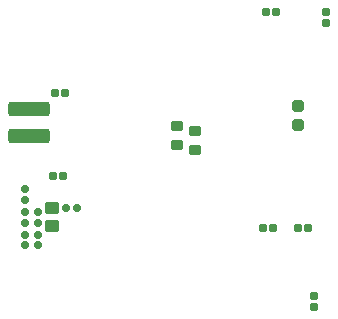
<source format=gbp>
%FSLAX44Y44*%
%MOMM*%
G71*
G01*
G75*
G04 Layer_Color=128*
G04:AMPARAMS|DCode=10|XSize=1.5mm|YSize=3mm|CornerRadius=0.375mm|HoleSize=0mm|Usage=FLASHONLY|Rotation=0.000|XOffset=0mm|YOffset=0mm|HoleType=Round|Shape=RoundedRectangle|*
%AMROUNDEDRECTD10*
21,1,1.5000,2.2500,0,0,0.0*
21,1,0.7500,3.0000,0,0,0.0*
1,1,0.7500,0.3750,-1.1250*
1,1,0.7500,-0.3750,-1.1250*
1,1,0.7500,-0.3750,1.1250*
1,1,0.7500,0.3750,1.1250*
%
%ADD10ROUNDEDRECTD10*%
%ADD11R,0.4000X1.4000*%
%ADD12R,1.8000X1.9000*%
G04:AMPARAMS|DCode=13|XSize=1mm|YSize=1.2mm|CornerRadius=0.165mm|HoleSize=0mm|Usage=FLASHONLY|Rotation=0.000|XOffset=0mm|YOffset=0mm|HoleType=Round|Shape=RoundedRectangle|*
%AMROUNDEDRECTD13*
21,1,1.0000,0.8700,0,0,0.0*
21,1,0.6700,1.2000,0,0,0.0*
1,1,0.3300,0.3350,-0.4350*
1,1,0.3300,-0.3350,-0.4350*
1,1,0.3300,-0.3350,0.4350*
1,1,0.3300,0.3350,0.4350*
%
%ADD13ROUNDEDRECTD13*%
G04:AMPARAMS|DCode=14|XSize=2.35mm|YSize=1.15mm|CornerRadius=0.3852mm|HoleSize=0mm|Usage=FLASHONLY|Rotation=180.000|XOffset=0mm|YOffset=0mm|HoleType=Round|Shape=RoundedRectangle|*
%AMROUNDEDRECTD14*
21,1,2.3500,0.3795,0,0,180.0*
21,1,1.5795,1.1500,0,0,180.0*
1,1,0.7705,-0.7897,0.1898*
1,1,0.7705,0.7897,0.1898*
1,1,0.7705,0.7897,-0.1898*
1,1,0.7705,-0.7897,-0.1898*
%
%ADD14ROUNDEDRECTD14*%
G04:AMPARAMS|DCode=15|XSize=1.3mm|YSize=1mm|CornerRadius=0.25mm|HoleSize=0mm|Usage=FLASHONLY|Rotation=180.000|XOffset=0mm|YOffset=0mm|HoleType=Round|Shape=RoundedRectangle|*
%AMROUNDEDRECTD15*
21,1,1.3000,0.5000,0,0,180.0*
21,1,0.8000,1.0000,0,0,180.0*
1,1,0.5000,-0.4000,0.2500*
1,1,0.5000,0.4000,0.2500*
1,1,0.5000,0.4000,-0.2500*
1,1,0.5000,-0.4000,-0.2500*
%
%ADD15ROUNDEDRECTD15*%
G04:AMPARAMS|DCode=16|XSize=2.5mm|YSize=1.15mm|CornerRadius=0.3852mm|HoleSize=0mm|Usage=FLASHONLY|Rotation=180.000|XOffset=0mm|YOffset=0mm|HoleType=Round|Shape=RoundedRectangle|*
%AMROUNDEDRECTD16*
21,1,2.5000,0.3795,0,0,180.0*
21,1,1.7295,1.1500,0,0,180.0*
1,1,0.7705,-0.8648,0.1898*
1,1,0.7705,0.8648,0.1898*
1,1,0.7705,0.8648,-0.1898*
1,1,0.7705,-0.8648,-0.1898*
%
%ADD16ROUNDEDRECTD16*%
%ADD17O,0.7000X2.5000*%
%ADD18O,2.5000X0.7000*%
%ADD19R,1.1000X1.1000*%
%ADD20R,4.0000X4.0000*%
%ADD21O,1.1000X0.4000*%
%ADD22O,0.4000X1.1000*%
G04:AMPARAMS|DCode=23|XSize=1.1mm|YSize=0.6mm|CornerRadius=0.201mm|HoleSize=0mm|Usage=FLASHONLY|Rotation=180.000|XOffset=0mm|YOffset=0mm|HoleType=Round|Shape=RoundedRectangle|*
%AMROUNDEDRECTD23*
21,1,1.1000,0.1980,0,0,180.0*
21,1,0.6980,0.6000,0,0,180.0*
1,1,0.4020,-0.3490,0.0990*
1,1,0.4020,0.3490,0.0990*
1,1,0.4020,0.3490,-0.0990*
1,1,0.4020,-0.3490,-0.0990*
%
%ADD23ROUNDEDRECTD23*%
G04:AMPARAMS|DCode=24|XSize=1mm|YSize=0.9mm|CornerRadius=0.198mm|HoleSize=0mm|Usage=FLASHONLY|Rotation=90.000|XOffset=0mm|YOffset=0mm|HoleType=Round|Shape=RoundedRectangle|*
%AMROUNDEDRECTD24*
21,1,1.0000,0.5040,0,0,90.0*
21,1,0.6040,0.9000,0,0,90.0*
1,1,0.3960,0.2520,0.3020*
1,1,0.3960,0.2520,-0.3020*
1,1,0.3960,-0.2520,-0.3020*
1,1,0.3960,-0.2520,0.3020*
%
%ADD24ROUNDEDRECTD24*%
G04:AMPARAMS|DCode=25|XSize=0.67mm|YSize=0.67mm|CornerRadius=0.1508mm|HoleSize=0mm|Usage=FLASHONLY|Rotation=180.000|XOffset=0mm|YOffset=0mm|HoleType=Round|Shape=RoundedRectangle|*
%AMROUNDEDRECTD25*
21,1,0.6700,0.3685,0,0,180.0*
21,1,0.3685,0.6700,0,0,180.0*
1,1,0.3015,-0.1843,0.1843*
1,1,0.3015,0.1843,0.1843*
1,1,0.3015,0.1843,-0.1843*
1,1,0.3015,-0.1843,-0.1843*
%
%ADD25ROUNDEDRECTD25*%
G04:AMPARAMS|DCode=26|XSize=0.67mm|YSize=0.67mm|CornerRadius=0.1508mm|HoleSize=0mm|Usage=FLASHONLY|Rotation=270.000|XOffset=0mm|YOffset=0mm|HoleType=Round|Shape=RoundedRectangle|*
%AMROUNDEDRECTD26*
21,1,0.6700,0.3685,0,0,270.0*
21,1,0.3685,0.6700,0,0,270.0*
1,1,0.3015,-0.1843,-0.1843*
1,1,0.3015,-0.1843,0.1843*
1,1,0.3015,0.1843,0.1843*
1,1,0.3015,0.1843,-0.1843*
%
%ADD26ROUNDEDRECTD26*%
G04:AMPARAMS|DCode=27|XSize=1.05mm|YSize=0.65mm|CornerRadius=0.2015mm|HoleSize=0mm|Usage=FLASHONLY|Rotation=90.000|XOffset=0mm|YOffset=0mm|HoleType=Round|Shape=RoundedRectangle|*
%AMROUNDEDRECTD27*
21,1,1.0500,0.2470,0,0,90.0*
21,1,0.6470,0.6500,0,0,90.0*
1,1,0.4030,0.1235,0.3235*
1,1,0.4030,0.1235,-0.3235*
1,1,0.4030,-0.1235,-0.3235*
1,1,0.4030,-0.1235,0.3235*
%
%ADD27ROUNDEDRECTD27*%
G04:AMPARAMS|DCode=28|XSize=0.65mm|YSize=0.5mm|CornerRadius=0.2mm|HoleSize=0mm|Usage=FLASHONLY|Rotation=270.000|XOffset=0mm|YOffset=0mm|HoleType=Round|Shape=RoundedRectangle|*
%AMROUNDEDRECTD28*
21,1,0.6500,0.1000,0,0,270.0*
21,1,0.2500,0.5000,0,0,270.0*
1,1,0.4000,-0.0500,-0.1250*
1,1,0.4000,-0.0500,0.1250*
1,1,0.4000,0.0500,0.1250*
1,1,0.4000,0.0500,-0.1250*
%
%ADD28ROUNDEDRECTD28*%
G04:AMPARAMS|DCode=29|XSize=0.62mm|YSize=0.62mm|CornerRadius=0.1488mm|HoleSize=0mm|Usage=FLASHONLY|Rotation=270.000|XOffset=0mm|YOffset=0mm|HoleType=Round|Shape=RoundedRectangle|*
%AMROUNDEDRECTD29*
21,1,0.6200,0.3224,0,0,270.0*
21,1,0.3224,0.6200,0,0,270.0*
1,1,0.2976,-0.1612,-0.1612*
1,1,0.2976,-0.1612,0.1612*
1,1,0.2976,0.1612,0.1612*
1,1,0.2976,0.1612,-0.1612*
%
%ADD29ROUNDEDRECTD29*%
G04:AMPARAMS|DCode=30|XSize=1mm|YSize=0.95mm|CornerRadius=0.1995mm|HoleSize=0mm|Usage=FLASHONLY|Rotation=0.000|XOffset=0mm|YOffset=0mm|HoleType=Round|Shape=RoundedRectangle|*
%AMROUNDEDRECTD30*
21,1,1.0000,0.5510,0,0,0.0*
21,1,0.6010,0.9500,0,0,0.0*
1,1,0.3990,0.3005,-0.2755*
1,1,0.3990,-0.3005,-0.2755*
1,1,0.3990,-0.3005,0.2755*
1,1,0.3990,0.3005,0.2755*
%
%ADD30ROUNDEDRECTD30*%
G04:AMPARAMS|DCode=31|XSize=1mm|YSize=0.95mm|CornerRadius=0.1995mm|HoleSize=0mm|Usage=FLASHONLY|Rotation=270.000|XOffset=0mm|YOffset=0mm|HoleType=Round|Shape=RoundedRectangle|*
%AMROUNDEDRECTD31*
21,1,1.0000,0.5510,0,0,270.0*
21,1,0.6010,0.9500,0,0,270.0*
1,1,0.3990,-0.2755,-0.3005*
1,1,0.3990,-0.2755,0.3005*
1,1,0.3990,0.2755,0.3005*
1,1,0.3990,0.2755,-0.3005*
%
%ADD31ROUNDEDRECTD31*%
G04:AMPARAMS|DCode=32|XSize=0.5mm|YSize=0.21mm|CornerRadius=0.0347mm|HoleSize=0mm|Usage=FLASHONLY|Rotation=180.000|XOffset=0mm|YOffset=0mm|HoleType=Round|Shape=RoundedRectangle|*
%AMROUNDEDRECTD32*
21,1,0.5000,0.1407,0,0,180.0*
21,1,0.4307,0.2100,0,0,180.0*
1,1,0.0693,-0.2154,0.0704*
1,1,0.0693,0.2154,0.0704*
1,1,0.0693,0.2154,-0.0704*
1,1,0.0693,-0.2154,-0.0704*
%
%ADD32ROUNDEDRECTD32*%
G04:AMPARAMS|DCode=33|XSize=0.3mm|YSize=0.65mm|CornerRadius=0.0495mm|HoleSize=0mm|Usage=FLASHONLY|Rotation=180.000|XOffset=0mm|YOffset=0mm|HoleType=Round|Shape=RoundedRectangle|*
%AMROUNDEDRECTD33*
21,1,0.3000,0.5510,0,0,180.0*
21,1,0.2010,0.6500,0,0,180.0*
1,1,0.0990,-0.1005,0.2755*
1,1,0.0990,0.1005,0.2755*
1,1,0.0990,0.1005,-0.2755*
1,1,0.0990,-0.1005,-0.2755*
%
%ADD33ROUNDEDRECTD33*%
G04:AMPARAMS|DCode=34|XSize=0.65mm|YSize=0.35mm|CornerRadius=0.0735mm|HoleSize=0mm|Usage=FLASHONLY|Rotation=270.000|XOffset=0mm|YOffset=0mm|HoleType=Round|Shape=RoundedRectangle|*
%AMROUNDEDRECTD34*
21,1,0.6500,0.2030,0,0,270.0*
21,1,0.5030,0.3500,0,0,270.0*
1,1,0.1470,-0.1015,-0.2515*
1,1,0.1470,-0.1015,0.2515*
1,1,0.1470,0.1015,0.2515*
1,1,0.1470,0.1015,-0.2515*
%
%ADD34ROUNDEDRECTD34*%
G04:AMPARAMS|DCode=35|XSize=0.3mm|YSize=0.25mm|CornerRadius=0.0525mm|HoleSize=0mm|Usage=FLASHONLY|Rotation=270.000|XOffset=0mm|YOffset=0mm|HoleType=Round|Shape=RoundedRectangle|*
%AMROUNDEDRECTD35*
21,1,0.3000,0.1450,0,0,270.0*
21,1,0.1950,0.2500,0,0,270.0*
1,1,0.1050,-0.0725,-0.0975*
1,1,0.1050,-0.0725,0.0975*
1,1,0.1050,0.0725,0.0975*
1,1,0.1050,0.0725,-0.0975*
%
%ADD35ROUNDEDRECTD35*%
%ADD36C,0.2500*%
%ADD37C,0.3500*%
%ADD38C,0.2000*%
%ADD39C,0.6000*%
%ADD40C,0.3000*%
%ADD41C,0.7000*%
%ADD42C,0.4000*%
%ADD43C,0.5000*%
%ADD44C,0.7000*%
%ADD45C,0.8000*%
G04:AMPARAMS|DCode=46|XSize=1.15mm|YSize=2.1mm|CornerRadius=0.2875mm|HoleSize=0mm|Usage=FLASHONLY|Rotation=90.000|XOffset=0mm|YOffset=0mm|HoleType=Round|Shape=RoundedRectangle|*
%AMROUNDEDRECTD46*
21,1,1.1500,1.5250,0,0,90.0*
21,1,0.5750,2.1000,0,0,90.0*
1,1,0.5750,0.7625,0.2875*
1,1,0.5750,0.7625,-0.2875*
1,1,0.5750,-0.7625,-0.2875*
1,1,0.5750,-0.7625,0.2875*
%
%ADD46ROUNDEDRECTD46*%
%ADD47C,1.8500*%
%ADD48R,1.3000X1.3000*%
%ADD49C,1.3000*%
%ADD50C,0.6000*%
G04:AMPARAMS|DCode=51|XSize=1mm|YSize=0.9mm|CornerRadius=0.198mm|HoleSize=0mm|Usage=FLASHONLY|Rotation=0.000|XOffset=0mm|YOffset=0mm|HoleType=Round|Shape=RoundedRectangle|*
%AMROUNDEDRECTD51*
21,1,1.0000,0.5040,0,0,0.0*
21,1,0.6040,0.9000,0,0,0.0*
1,1,0.3960,0.3020,-0.2520*
1,1,0.3960,-0.3020,-0.2520*
1,1,0.3960,-0.3020,0.2520*
1,1,0.3960,0.3020,0.2520*
%
%ADD51ROUNDEDRECTD51*%
G04:AMPARAMS|DCode=52|XSize=1mm|YSize=1.2mm|CornerRadius=0.165mm|HoleSize=0mm|Usage=FLASHONLY|Rotation=90.000|XOffset=0mm|YOffset=0mm|HoleType=Round|Shape=RoundedRectangle|*
%AMROUNDEDRECTD52*
21,1,1.0000,0.8700,0,0,90.0*
21,1,0.6700,1.2000,0,0,90.0*
1,1,0.3300,0.4350,0.3350*
1,1,0.3300,0.4350,-0.3350*
1,1,0.3300,-0.4350,-0.3350*
1,1,0.3300,-0.4350,0.3350*
%
%ADD52ROUNDEDRECTD52*%
G04:AMPARAMS|DCode=53|XSize=3.5mm|YSize=1.2mm|CornerRadius=0.198mm|HoleSize=0mm|Usage=FLASHONLY|Rotation=180.000|XOffset=0mm|YOffset=0mm|HoleType=Round|Shape=RoundedRectangle|*
%AMROUNDEDRECTD53*
21,1,3.5000,0.8040,0,0,180.0*
21,1,3.1040,1.2000,0,0,180.0*
1,1,0.3960,-1.5520,0.4020*
1,1,0.3960,1.5520,0.4020*
1,1,0.3960,1.5520,-0.4020*
1,1,0.3960,-1.5520,-0.4020*
%
%ADD53ROUNDEDRECTD53*%
G04:AMPARAMS|DCode=54|XSize=0.62mm|YSize=0.62mm|CornerRadius=0.1488mm|HoleSize=0mm|Usage=FLASHONLY|Rotation=0.000|XOffset=0mm|YOffset=0mm|HoleType=Round|Shape=RoundedRectangle|*
%AMROUNDEDRECTD54*
21,1,0.6200,0.3224,0,0,0.0*
21,1,0.3224,0.6200,0,0,0.0*
1,1,0.2976,0.1612,-0.1612*
1,1,0.2976,-0.1612,-0.1612*
1,1,0.2976,-0.1612,0.1612*
1,1,0.2976,0.1612,0.1612*
%
%ADD54ROUNDEDRECTD54*%
%ADD55C,0.2540*%
%ADD56C,0.1000*%
%ADD57C,0.0100*%
%ADD58C,0.1500*%
%ADD59C,0.0500*%
%ADD60R,2.1000X2.1000*%
G04:AMPARAMS|DCode=61|XSize=1.7032mm|YSize=3.2032mm|CornerRadius=0.4766mm|HoleSize=0mm|Usage=FLASHONLY|Rotation=0.000|XOffset=0mm|YOffset=0mm|HoleType=Round|Shape=RoundedRectangle|*
%AMROUNDEDRECTD61*
21,1,1.7032,2.2500,0,0,0.0*
21,1,0.7500,3.2032,0,0,0.0*
1,1,0.9532,0.3750,-1.1250*
1,1,0.9532,-0.3750,-1.1250*
1,1,0.9532,-0.3750,1.1250*
1,1,0.9532,0.3750,1.1250*
%
%ADD61ROUNDEDRECTD61*%
%ADD62R,0.6032X1.6032*%
%ADD63R,2.0032X2.1032*%
G04:AMPARAMS|DCode=64|XSize=1.15mm|YSize=1.35mm|CornerRadius=0.24mm|HoleSize=0mm|Usage=FLASHONLY|Rotation=0.000|XOffset=0mm|YOffset=0mm|HoleType=Round|Shape=RoundedRectangle|*
%AMROUNDEDRECTD64*
21,1,1.1500,0.8700,0,0,0.0*
21,1,0.6700,1.3500,0,0,0.0*
1,1,0.4800,0.3350,-0.4350*
1,1,0.4800,-0.3350,-0.4350*
1,1,0.4800,-0.3350,0.4350*
1,1,0.4800,0.3350,0.4350*
%
%ADD64ROUNDEDRECTD64*%
G04:AMPARAMS|DCode=65|XSize=2.45mm|YSize=1.25mm|CornerRadius=0.4353mm|HoleSize=0mm|Usage=FLASHONLY|Rotation=180.000|XOffset=0mm|YOffset=0mm|HoleType=Round|Shape=RoundedRectangle|*
%AMROUNDEDRECTD65*
21,1,2.4500,0.3795,0,0,180.0*
21,1,1.5795,1.2500,0,0,180.0*
1,1,0.8705,-0.7897,0.1898*
1,1,0.8705,0.7897,0.1898*
1,1,0.8705,0.7897,-0.1898*
1,1,0.8705,-0.7897,-0.1898*
%
%ADD65ROUNDEDRECTD65*%
G04:AMPARAMS|DCode=66|XSize=1.4mm|YSize=1.1mm|CornerRadius=0.3mm|HoleSize=0mm|Usage=FLASHONLY|Rotation=180.000|XOffset=0mm|YOffset=0mm|HoleType=Round|Shape=RoundedRectangle|*
%AMROUNDEDRECTD66*
21,1,1.4000,0.5000,0,0,180.0*
21,1,0.8000,1.1000,0,0,180.0*
1,1,0.6000,-0.4000,0.2500*
1,1,0.6000,0.4000,0.2500*
1,1,0.6000,0.4000,-0.2500*
1,1,0.6000,-0.4000,-0.2500*
%
%ADD66ROUNDEDRECTD66*%
G04:AMPARAMS|DCode=67|XSize=2.6mm|YSize=1.25mm|CornerRadius=0.4353mm|HoleSize=0mm|Usage=FLASHONLY|Rotation=180.000|XOffset=0mm|YOffset=0mm|HoleType=Round|Shape=RoundedRectangle|*
%AMROUNDEDRECTD67*
21,1,2.6000,0.3795,0,0,180.0*
21,1,1.7295,1.2500,0,0,180.0*
1,1,0.8705,-0.8648,0.1898*
1,1,0.8705,0.8648,0.1898*
1,1,0.8705,0.8648,-0.1898*
1,1,0.8705,-0.8648,-0.1898*
%
%ADD67ROUNDEDRECTD67*%
%ADD68O,0.9032X2.7032*%
%ADD69O,2.7032X0.9032*%
%ADD70R,1.3032X1.3032*%
%ADD71R,4.1000X4.1000*%
%ADD72O,1.2000X0.5000*%
%ADD73O,0.5000X1.2000*%
G04:AMPARAMS|DCode=74|XSize=1.25mm|YSize=0.75mm|CornerRadius=0.276mm|HoleSize=0mm|Usage=FLASHONLY|Rotation=180.000|XOffset=0mm|YOffset=0mm|HoleType=Round|Shape=RoundedRectangle|*
%AMROUNDEDRECTD74*
21,1,1.2500,0.1980,0,0,180.0*
21,1,0.6980,0.7500,0,0,180.0*
1,1,0.5520,-0.3490,0.0990*
1,1,0.5520,0.3490,0.0990*
1,1,0.5520,0.3490,-0.0990*
1,1,0.5520,-0.3490,-0.0990*
%
%ADD74ROUNDEDRECTD74*%
G04:AMPARAMS|DCode=75|XSize=1.15mm|YSize=1.05mm|CornerRadius=0.273mm|HoleSize=0mm|Usage=FLASHONLY|Rotation=90.000|XOffset=0mm|YOffset=0mm|HoleType=Round|Shape=RoundedRectangle|*
%AMROUNDEDRECTD75*
21,1,1.1500,0.5040,0,0,90.0*
21,1,0.6040,1.0500,0,0,90.0*
1,1,0.5460,0.2520,0.3020*
1,1,0.5460,0.2520,-0.3020*
1,1,0.5460,-0.2520,-0.3020*
1,1,0.5460,-0.2520,0.3020*
%
%ADD75ROUNDEDRECTD75*%
G04:AMPARAMS|DCode=76|XSize=0.77mm|YSize=0.77mm|CornerRadius=0.2008mm|HoleSize=0mm|Usage=FLASHONLY|Rotation=180.000|XOffset=0mm|YOffset=0mm|HoleType=Round|Shape=RoundedRectangle|*
%AMROUNDEDRECTD76*
21,1,0.7700,0.3685,0,0,180.0*
21,1,0.3685,0.7700,0,0,180.0*
1,1,0.4015,-0.1843,0.1843*
1,1,0.4015,0.1843,0.1843*
1,1,0.4015,0.1843,-0.1843*
1,1,0.4015,-0.1843,-0.1843*
%
%ADD76ROUNDEDRECTD76*%
G04:AMPARAMS|DCode=77|XSize=0.77mm|YSize=0.77mm|CornerRadius=0.2008mm|HoleSize=0mm|Usage=FLASHONLY|Rotation=270.000|XOffset=0mm|YOffset=0mm|HoleType=Round|Shape=RoundedRectangle|*
%AMROUNDEDRECTD77*
21,1,0.7700,0.3685,0,0,270.0*
21,1,0.3685,0.7700,0,0,270.0*
1,1,0.4015,-0.1843,-0.1843*
1,1,0.4015,-0.1843,0.1843*
1,1,0.4015,0.1843,0.1843*
1,1,0.4015,0.1843,-0.1843*
%
%ADD77ROUNDEDRECTD77*%
G04:AMPARAMS|DCode=78|XSize=1.2mm|YSize=0.8mm|CornerRadius=0.2765mm|HoleSize=0mm|Usage=FLASHONLY|Rotation=90.000|XOffset=0mm|YOffset=0mm|HoleType=Round|Shape=RoundedRectangle|*
%AMROUNDEDRECTD78*
21,1,1.2000,0.2470,0,0,90.0*
21,1,0.6470,0.8000,0,0,90.0*
1,1,0.5530,0.1235,0.3235*
1,1,0.5530,0.1235,-0.3235*
1,1,0.5530,-0.1235,-0.3235*
1,1,0.5530,-0.1235,0.3235*
%
%ADD78ROUNDEDRECTD78*%
G04:AMPARAMS|DCode=79|XSize=0.8mm|YSize=0.65mm|CornerRadius=0.275mm|HoleSize=0mm|Usage=FLASHONLY|Rotation=270.000|XOffset=0mm|YOffset=0mm|HoleType=Round|Shape=RoundedRectangle|*
%AMROUNDEDRECTD79*
21,1,0.8000,0.1000,0,0,270.0*
21,1,0.2500,0.6500,0,0,270.0*
1,1,0.5500,-0.0500,-0.1250*
1,1,0.5500,-0.0500,0.1250*
1,1,0.5500,0.0500,0.1250*
1,1,0.5500,0.0500,-0.1250*
%
%ADD79ROUNDEDRECTD79*%
G04:AMPARAMS|DCode=80|XSize=0.77mm|YSize=0.77mm|CornerRadius=0.2238mm|HoleSize=0mm|Usage=FLASHONLY|Rotation=270.000|XOffset=0mm|YOffset=0mm|HoleType=Round|Shape=RoundedRectangle|*
%AMROUNDEDRECTD80*
21,1,0.7700,0.3224,0,0,270.0*
21,1,0.3224,0.7700,0,0,270.0*
1,1,0.4476,-0.1612,-0.1612*
1,1,0.4476,-0.1612,0.1612*
1,1,0.4476,0.1612,0.1612*
1,1,0.4476,0.1612,-0.1612*
%
%ADD80ROUNDEDRECTD80*%
G04:AMPARAMS|DCode=81|XSize=1.15mm|YSize=1.1mm|CornerRadius=0.2745mm|HoleSize=0mm|Usage=FLASHONLY|Rotation=0.000|XOffset=0mm|YOffset=0mm|HoleType=Round|Shape=RoundedRectangle|*
%AMROUNDEDRECTD81*
21,1,1.1500,0.5510,0,0,0.0*
21,1,0.6010,1.1000,0,0,0.0*
1,1,0.5490,0.3005,-0.2755*
1,1,0.5490,-0.3005,-0.2755*
1,1,0.5490,-0.3005,0.2755*
1,1,0.5490,0.3005,0.2755*
%
%ADD81ROUNDEDRECTD81*%
G04:AMPARAMS|DCode=82|XSize=1.15mm|YSize=1.1mm|CornerRadius=0.2745mm|HoleSize=0mm|Usage=FLASHONLY|Rotation=270.000|XOffset=0mm|YOffset=0mm|HoleType=Round|Shape=RoundedRectangle|*
%AMROUNDEDRECTD82*
21,1,1.1500,0.5510,0,0,270.0*
21,1,0.6010,1.1000,0,0,270.0*
1,1,0.5490,-0.2755,-0.3005*
1,1,0.5490,-0.2755,0.3005*
1,1,0.5490,0.2755,0.3005*
1,1,0.5490,0.2755,-0.3005*
%
%ADD82ROUNDEDRECTD82*%
G04:AMPARAMS|DCode=83|XSize=0.65mm|YSize=0.36mm|CornerRadius=0.1097mm|HoleSize=0mm|Usage=FLASHONLY|Rotation=180.000|XOffset=0mm|YOffset=0mm|HoleType=Round|Shape=RoundedRectangle|*
%AMROUNDEDRECTD83*
21,1,0.6500,0.1407,0,0,180.0*
21,1,0.4307,0.3600,0,0,180.0*
1,1,0.2193,-0.2154,0.0704*
1,1,0.2193,0.2154,0.0704*
1,1,0.2193,0.2154,-0.0704*
1,1,0.2193,-0.2154,-0.0704*
%
%ADD83ROUNDEDRECTD83*%
G04:AMPARAMS|DCode=84|XSize=0.45mm|YSize=0.8mm|CornerRadius=0.1245mm|HoleSize=0mm|Usage=FLASHONLY|Rotation=180.000|XOffset=0mm|YOffset=0mm|HoleType=Round|Shape=RoundedRectangle|*
%AMROUNDEDRECTD84*
21,1,0.4500,0.5510,0,0,180.0*
21,1,0.2010,0.8000,0,0,180.0*
1,1,0.2490,-0.1005,0.2755*
1,1,0.2490,0.1005,0.2755*
1,1,0.2490,0.1005,-0.2755*
1,1,0.2490,-0.1005,-0.2755*
%
%ADD84ROUNDEDRECTD84*%
G04:AMPARAMS|DCode=85|XSize=0.8mm|YSize=0.5mm|CornerRadius=0.1485mm|HoleSize=0mm|Usage=FLASHONLY|Rotation=270.000|XOffset=0mm|YOffset=0mm|HoleType=Round|Shape=RoundedRectangle|*
%AMROUNDEDRECTD85*
21,1,0.8000,0.2030,0,0,270.0*
21,1,0.5030,0.5000,0,0,270.0*
1,1,0.2970,-0.1015,-0.2515*
1,1,0.2970,-0.1015,0.2515*
1,1,0.2970,0.1015,0.2515*
1,1,0.2970,0.1015,-0.2515*
%
%ADD85ROUNDEDRECTD85*%
G04:AMPARAMS|DCode=86|XSize=0.45mm|YSize=0.4mm|CornerRadius=0.1275mm|HoleSize=0mm|Usage=FLASHONLY|Rotation=270.000|XOffset=0mm|YOffset=0mm|HoleType=Round|Shape=RoundedRectangle|*
%AMROUNDEDRECTD86*
21,1,0.4500,0.1450,0,0,270.0*
21,1,0.1950,0.4000,0,0,270.0*
1,1,0.2550,-0.0725,-0.0975*
1,1,0.2550,-0.0725,0.0975*
1,1,0.2550,0.0725,0.0975*
1,1,0.2550,0.0725,-0.0975*
%
%ADD86ROUNDEDRECTD86*%
%ADD87C,0.9032*%
%ADD88C,1.0032*%
G04:AMPARAMS|DCode=89|XSize=1.25mm|YSize=2.2mm|CornerRadius=0.3375mm|HoleSize=0mm|Usage=FLASHONLY|Rotation=90.000|XOffset=0mm|YOffset=0mm|HoleType=Round|Shape=RoundedRectangle|*
%AMROUNDEDRECTD89*
21,1,1.2500,1.5250,0,0,90.0*
21,1,0.5750,2.2000,0,0,90.0*
1,1,0.6750,0.7625,0.2875*
1,1,0.6750,0.7625,-0.2875*
1,1,0.6750,-0.7625,-0.2875*
1,1,0.6750,-0.7625,0.2875*
%
%ADD89ROUNDEDRECTD89*%
%ADD90C,2.0000*%
%ADD91R,1.5032X1.5032*%
%ADD92C,1.5032*%
G04:AMPARAMS|DCode=93|XSize=1.15mm|YSize=1.05mm|CornerRadius=0.273mm|HoleSize=0mm|Usage=FLASHONLY|Rotation=0.000|XOffset=0mm|YOffset=0mm|HoleType=Round|Shape=RoundedRectangle|*
%AMROUNDEDRECTD93*
21,1,1.1500,0.5040,0,0,0.0*
21,1,0.6040,1.0500,0,0,0.0*
1,1,0.5460,0.3020,-0.2520*
1,1,0.5460,-0.3020,-0.2520*
1,1,0.5460,-0.3020,0.2520*
1,1,0.5460,0.3020,0.2520*
%
%ADD93ROUNDEDRECTD93*%
G04:AMPARAMS|DCode=94|XSize=1.15mm|YSize=1.35mm|CornerRadius=0.24mm|HoleSize=0mm|Usage=FLASHONLY|Rotation=90.000|XOffset=0mm|YOffset=0mm|HoleType=Round|Shape=RoundedRectangle|*
%AMROUNDEDRECTD94*
21,1,1.1500,0.8700,0,0,90.0*
21,1,0.6700,1.3500,0,0,90.0*
1,1,0.4800,0.4350,0.3350*
1,1,0.4800,0.4350,-0.3350*
1,1,0.4800,-0.4350,-0.3350*
1,1,0.4800,-0.4350,0.3350*
%
%ADD94ROUNDEDRECTD94*%
G04:AMPARAMS|DCode=95|XSize=3.65mm|YSize=1.35mm|CornerRadius=0.273mm|HoleSize=0mm|Usage=FLASHONLY|Rotation=180.000|XOffset=0mm|YOffset=0mm|HoleType=Round|Shape=RoundedRectangle|*
%AMROUNDEDRECTD95*
21,1,3.6500,0.8040,0,0,180.0*
21,1,3.1040,1.3500,0,0,180.0*
1,1,0.5460,-1.5520,0.4020*
1,1,0.5460,1.5520,0.4020*
1,1,0.5460,1.5520,-0.4020*
1,1,0.5460,-1.5520,-0.4020*
%
%ADD95ROUNDEDRECTD95*%
G04:AMPARAMS|DCode=96|XSize=0.77mm|YSize=0.77mm|CornerRadius=0.2238mm|HoleSize=0mm|Usage=FLASHONLY|Rotation=0.000|XOffset=0mm|YOffset=0mm|HoleType=Round|Shape=RoundedRectangle|*
%AMROUNDEDRECTD96*
21,1,0.7700,0.3224,0,0,0.0*
21,1,0.3224,0.7700,0,0,0.0*
1,1,0.4476,0.1612,-0.1612*
1,1,0.4476,-0.1612,-0.1612*
1,1,0.4476,-0.1612,0.1612*
1,1,0.4476,0.1612,0.1612*
%
%ADD96ROUNDEDRECTD96*%
D25*
X43900Y153000D02*
D03*
X52700D02*
D03*
X54100Y223000D02*
D03*
X45300D02*
D03*
X232900Y291500D02*
D03*
X224100D02*
D03*
X260150Y109250D02*
D03*
X251350D02*
D03*
X221507D02*
D03*
X230307D02*
D03*
D26*
X275000Y291400D02*
D03*
Y282600D02*
D03*
X265000Y42100D02*
D03*
Y50900D02*
D03*
D29*
X55000Y125500D02*
D03*
X64000D02*
D03*
D30*
X251250Y196250D02*
D03*
Y212250D02*
D03*
D51*
X164000Y191000D02*
D03*
Y175000D02*
D03*
X149000Y179500D02*
D03*
Y195500D02*
D03*
D52*
X42750Y110500D02*
D03*
Y125500D02*
D03*
D53*
X23750Y186750D02*
D03*
Y209250D02*
D03*
D54*
X20500Y94250D02*
D03*
Y103250D02*
D03*
X30750Y94250D02*
D03*
Y103250D02*
D03*
X20500Y113500D02*
D03*
Y122500D02*
D03*
X30750Y113500D02*
D03*
Y122500D02*
D03*
X20500Y132750D02*
D03*
Y141750D02*
D03*
M02*

</source>
